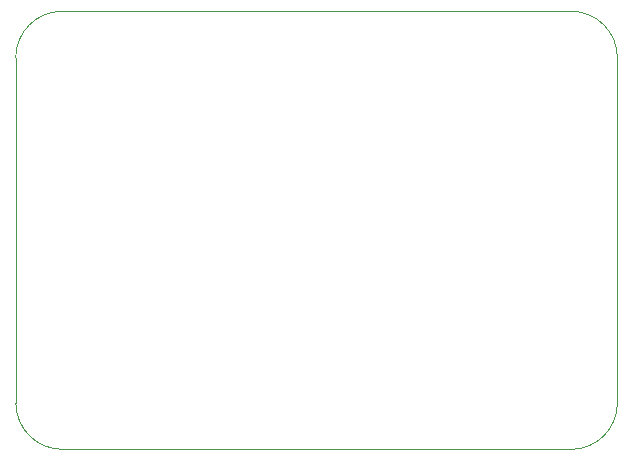
<source format=gbr>
%TF.GenerationSoftware,KiCad,Pcbnew,(6.0.4)*%
%TF.CreationDate,2022-05-25T21:12:10+01:00*%
%TF.ProjectId,7SegmentDB,37536567-6d65-46e7-9444-422e6b696361,V1.0*%
%TF.SameCoordinates,Original*%
%TF.FileFunction,Profile,NP*%
%FSLAX46Y46*%
G04 Gerber Fmt 4.6, Leading zero omitted, Abs format (unit mm)*
G04 Created by KiCad (PCBNEW (6.0.4)) date 2022-05-25 21:12:10*
%MOMM*%
%LPD*%
G01*
G04 APERTURE LIST*
%TA.AperFunction,Profile*%
%ADD10C,0.100000*%
%TD*%
G04 APERTURE END LIST*
D10*
X124587000Y-113284000D02*
X167650121Y-113294121D01*
X120639879Y-80137000D02*
X120650000Y-109347000D01*
X167650121Y-76189879D02*
X124576879Y-76200000D01*
X171587121Y-80126879D02*
G75*
G03*
X167650121Y-76189879I-3937021J-21D01*
G01*
X124576879Y-76200000D02*
G75*
G03*
X120639879Y-80137000I0J-3937000D01*
G01*
X167650121Y-113294121D02*
G75*
G03*
X171587121Y-109357121I-21J3937021D01*
G01*
X120650000Y-109347000D02*
G75*
G03*
X124587000Y-113284000I3937021J21D01*
G01*
X171587121Y-109357121D02*
X171587121Y-80126879D01*
M02*

</source>
